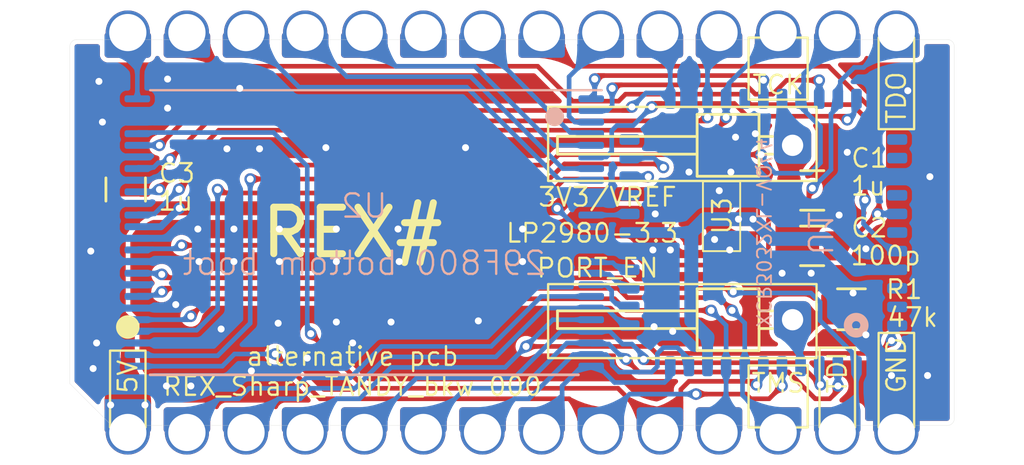
<source format=kicad_pcb>
(kicad_pcb (version 20240108) (generator "pcbnew") (generator_version "8.0")
  (title_block (title "REX_Sharp_TANDY_bkw") (date "2025-01-01") (rev "000") (company "Brian K. White - b.kenyon.w@gmail.com") (comment 1 "Based on REX# NEC by Steve Adolph"))
  (layers (0 "F.Cu" signal "Top") (31 "B.Cu" signal "Bottom") (34 "B.Paste" user) (35 "F.Paste" user) (36 "B.SilkS" user "B.Silkscreen") (37 "F.SilkS" user "F.Silkscreen") (38 "B.Mask" user) (39 "F.Mask" user) (44 "Edge.Cuts" user))
  (net 0 "")
  (net 1 "GND")
  (net 2 "+3V3")
  (net 3 "/PORT_EN")
  (net 4 "/D1{slash}TMS")
  (net 5 "/A12")
  (net 6 "/A7")
  (net 7 "/A6")
  (net 8 "/A5")
  (net 9 "/A4")
  (net 10 "+5V")
  (net 11 "/A3")
  (net 12 "/A2")
  (net 13 "/A1")
  (net 14 "/A0")
  (net 15 "/D0")
  (net 16 "/D4")
  (net 17 "/D6")
  (net 18 "/D7")
  (net 19 "/~{BUS_CS}")
  (net 20 "/A10")
  (net 21 "/~{BUS_OE}")
  (net 22 "/A11")
  (net 23 "/A9")
  (net 24 "/A13")
  (net 25 "/A14")
  (net 26 "/D2{slash}TDI")
  (net 27 "/D3{slash}TDO")
  (net 28 "/A17")
  (net 29 "/D5{slash}TCK")
  (net 30 "/A16")
  (net 31 "/RY{slash}~{BY}")
  (net 32 "/A8")
  (net 33 "/A19")
  (net 34 "/~{SRAM_WE}")
  (net 35 "/A18")
  (net 40 "/~{SRAM_OE}")
  (net 42 "/~{SRAM_CE}")
  (net 45 "/A15")
  (footprint "000_LOCAL:R_0805" (layer "F.Cu") (at 161.7976 102.489 180)
    (property "Reference" "R1")
    (property "Value" "47k")
  )
  (footprint "000_LOCAL:C_0805" (layer "F.Cu") (at 130.618 97.337 90)
    (property "Reference" "C3")
    (property "Value" "1u")
  )
  (footprint "000_LOCAL:1x1_pin_h" (layer "F.Cu") (at 159.268 95.437 180)
    (property "Reference" "TP2" (hide yes))
    (property "Value" "3V3/VREF")
  )
  (footprint "000_LOCAL:Molex78802_PCB_28" (layer "F.Cu") (at 147.218 99.187 90)
    (property "Reference" "J1" (hide yes))
    (property "Value" "ROM_SOCKET_TANDY" (hide yes))
    (fp_line (start 8 -19) (end -6.5 -19) (stroke (width 0.01)) (layer "Edge.Cuts"))
    (fp_line (start -6.5 -19) (end -8.3 -17.2) (stroke (width 0.01)) (layer "Edge.Cuts"))
    (fp_line (start 8.3 18.7) (end 8.3 -18.7) (stroke (width 0.01)) (layer "Edge.Cuts"))
    (fp_line (start -8.3 18.7) (end -8.3 -17.2) (stroke (width 0.01)) (layer "Edge.Cuts"))
    (fp_line (start -8 19) (end 8 19) (stroke (width 0.01)) (layer "Edge.Cuts"))
    (fp_arc (start 8 -19) (mid 8.212132 -18.912132) (end 8.3 -18.7) (stroke (width 0.01)) (layer "Edge.Cuts"))
    (fp_arc (start 8.3 18.7) (mid 8.212132 18.912132) (end 8 19) (stroke (width 0.01)) (layer "Edge.Cuts"))
    (fp_arc (start -8 19) (mid -8.212132 18.912132) (end -8.3 18.7) (stroke (width 0.01)) (layer "Edge.Cuts"))
  )
  (footprint "000_LOCAL:SOT-23-5" (layer "F.Cu") (at 156.218 98.487)
    (property "Reference" "U3")
    (property "Value" "LP2980-3.3")
  )
  (footprint "000_LOCAL:C_0805" (layer "F.Cu") (at 160.108 99.762 180)
    (property "Reference" "C2")
    (property "Value" "100p")
  )
  (footprint "000_LOCAL:1x1_pin_h" (layer "F.Cu") (at 159.268 102.937 180)
    (property "Reference" "TP1" (hide yes))
    (property "Value" "PORT_EN")
  )
  (footprint "000_LOCAL:C_0805" (layer "F.Cu") (at 160.113 97.377)
    (property "Reference" "C1")
    (property "Value" "1u")
  )
  (footprint "000_LOCAL:TSOP-48" (layer "B.Cu") (at 140.868 99.187 180)
    (property "Reference" "U2")
    (property "Value" "29F800 bottom boot")
  )
  (footprint "000_LOCAL:VQFP44" (layer "B.Cu") (at 158.013 99.187 90)
    (property "Reference" "U1")
    (property "Value" "XCR3032XL-VQ44")
  )
  (gr_rect (start 129.9714 106.6038) (end 131.4446 107.632501) (stroke (width 0.5)) (fill solid) (layer "B.Cu") (net 10))
  (gr_circle (center 130.708 103.251) (end 131.208 103.251) (stroke (width 0.01)) (fill solid) (layer "F.SilkS"))
  (gr_rect (start 162.966 103.505) (end 164.49 107.569) (stroke (width 0.1)) (fill none) (layer "F.SilkS"))
  (gr_rect (start 129.946 104.267) (end 131.47 107.569) (stroke (width 0.1)) (fill none) (layer "F.SilkS"))
  (gr_rect (start 157.378 104.902) (end 159.918 107.569) (stroke (width 0.1)) (fill none) (layer "F.SilkS"))
  (gr_rect (start 157.378 90.805) (end 159.918 93.472) (stroke (width 0.1)) (fill none) (layer "F.SilkS"))
  (gr_rect (start 148.766 101.4055) (end 160.299 104.5885) (stroke (width 0.1)) (fill none) (layer "F.SilkS"))
  (gr_rect (start 148.766 93.7855) (end 160.299 96.9685) (stroke (width 0.1)) (fill none) (layer "F.SilkS"))
  (gr_rect (start 162.966 90.805) (end 164.49 94.742) (stroke (width 0.1)) (fill none) (layer "F.SilkS"))
  (gr_rect (start 160.426 104.14) (end 161.95 107.569) (stroke (width 0.1)) (fill none) (layer "F.SilkS"))
  (gr_text "GND" (at 163.728 106.172 90) (layer "F.SilkS") (effects (font (size 0.8 0.8) (thickness 0.1)) (justify left)))
  (gr_text "TDO" (at 163.728 92.202 90) (layer "F.SilkS") (effects (font (size 0.8 0.8) (thickness 0.1)) (justify right)))
  (gr_text "alternative pcb\n${TITLE} ${REVISION}" (at 140.36 105.156 0) (layer "F.SilkS") (effects (font (size 0.8 0.8) (thickness 0.1))))
  (gr_text "TMS" (at 158.648 105.664 0) (layer "F.SilkS") (effects (font (size 0.8 0.8) (thickness 0.1))))
  (gr_text "TCK" (at 158.648 92.837 0) (layer "F.SilkS") (effects (font (size 0.8 0.8) (thickness 0.1))))
  (gr_text "TDI" (at 161.188 106.172 90) (layer "F.SilkS") (effects (font (size 0.8 0.8) (thickness 0.1)) (justify left)))
  (gr_text "REX#" (at 140.36 99.187 0) (layer "F.SilkS") (effects (font (size 2 2) (thickness 0.3))))
  (gr_text "5V" (at 130.708 106.172 90) (layer "F.SilkS") (effects (font (size 0.8 0.8) (thickness 0.1)) (justify left)))
  (via (at 132.768 102.287) (size 0.5) (drill 0.3) (layers "F.Cu" "B.Cu") (net 1))
  (via (at 163.518 105.337) (size 0.5) (drill 0.3) (layers "F.Cu" "B.Cu") (net 1))
  (via (at 145.768 102.987) (size 0.5) (drill 0.3) (layers "F.Cu" "B.Cu") (net 1))
  (via (at 139.668 99.037) (size 0.5) (drill 0.3) (layers "F.Cu" "B.Cu") (net 1))
  (via (at 135.268 99.037) (size 0.5) (drill 0.3) (layers "F.Cu" "B.Cu") (net 1))
  (via (at 164.218 93.087) (size 0.5) (drill 0.3) (layers "F.Cu" "B.Cu") (net 1))
  (via (at 156.818 95.087) (size 0.5) (drill 0.3) (layers "F.Cu" "B.Cu") (net 1))
  (via (at 129.468 92.687) (size 0.5) (drill 0.3) (layers "F.Cu" "B.Cu") (net 1))
  (via (at 140.368 103.937) (size 0.5) (drill 0.3) (layers "F.Cu" "B.Cu") (net 1))
  (via (at 137.218 99.037) (size 0.5) (drill 0.3) (layers "F.Cu" "B.Cu") (net 1))
  (via (at 156.618 96.587) (size 0.5) (drill 0.3) (layers "F.Cu" "B.Cu") (net 1))
  (via (at 134.968 95.587) (size 0.5) (drill 0.3) (layers "F.Cu" "B.Cu") (net 1))
  (via (at 136.018 105.137) (size 0.5) (drill 0.3) (layers "F.Cu" "B.Cu") (net 1))
  (via (at 145.218 95.537) (size 0.5) (drill 0.3) (layers "F.Cu" "B.Cu") (net 1))
  (via (at 161.618 95.737) (size 0.5) (drill 0.3) (layers "F.Cu" "B.Cu") (net 1))
  (via (at 165.068 105.337) (size 0.5) (drill 0.3) (layers "F.Cu" "B.Cu") (net 1))
  (via (at 137.218 100.437) (size 0.5) (drill 0.3) (layers "F.Cu" "B.Cu") (net 1))
  (via (at 132.418 92.587) (size 0.5) (drill 0.3) (layers "F.Cu" "B.Cu") (net 1))
  (via (at 132.368 105.787) (size 0.5) (drill 0.3) (layers "F.Cu" "B.Cu") (net 1))
  (via (at 154.018 99.937) (size 0.5) (drill 0.3) (layers "F.Cu" "B.Cu") (net 1))
  (via (at 135.518 92.987) (size 0.5) (drill 0.3) (layers "F.Cu" "B.Cu") (net 1))
  (via (at 156.118 97.387) (size 0.5) (drill 0.3) (layers "F.Cu" "B.Cu") (net 1))
  (via (at 153.368 98.387) (size 0.5) (drill 0.3) (layers "F.Cu" "B.Cu") (net 1))
  (via (at 161.268 98.437) (size 0.5) (drill 0.3) (layers "F.Cu" "B.Cu") (net 1))
  (via (at 154.118 103.437) (size 0.5) (drill 0.3) (layers "F.Cu" "B.Cu") (net 1))
  (via (at 160.068 100.937) (size 0.5) (drill 0.3) (layers "F.Cu" "B.Cu") (net 1))
  (via (at 129.368 103.937) (size 0.5) (drill 0.3) (layers "F.Cu" "B.Cu") (net 1))
  (via (at 165.168 96.787) (size 0.5) (drill 0.3) (layers "F.Cu" "B.Cu") (net 1))
  (via (at 154.818 96.587) (size 0.5) (drill 0.3) (layers "F.Cu" "B.Cu") (net 1))
  (via (at 162.418 103.587) (size 0.5) (drill 0.3) (layers "F.Cu" "B.Cu") (net 1))
  (via (at 138.418 104.587) (size 0.5) (drill 0.3) (layers "F.Cu" "B.Cu") (net 1))
  (via (at 162.418 99.887) (size 0.5) (drill 0.3) (layers "F.Cu" "B.Cu") (net 1))
  (via (at 161.868 101.787) (size 0.5) (drill 0.3) (layers "F.Cu" "B.Cu") (net 1))
  (via (at 158.818 100.937) (size 0.5) (drill 0.3) (layers "F.Cu" "B.Cu") (net 1))
  (via (at 153.318 103.237) (size 0.5) (drill 0.3) (layers "F.Cu" "B.Cu") (net 1))
  (via (at 142.318 99.037) (size 0.5) (drill 0.3) (layers "F.Cu" "B.Cu") (net 1))
  (via (at 142.368 100.437) (size 0.5) (drill 0.3) (layers "F.Cu" "B.Cu") (net 1))
  (via (at 153.268 99.937) (size 0.5) (drill 0.3) (layers "F.Cu" "B.Cu") (net 1))
  (via (at 133.718 99.037) (size 0.5) (drill 0.3) (layers "F.Cu" "B.Cu") (net 1))
  (via (at 155.918 99.487) (size 0.5) (drill 0.3) (layers "F.Cu" "B.Cu") (net 1))
  (via (at 139.218 95.537) (size 0.5) (drill 0.3) (layers "F.Cu" "B.Cu") (net 1))
  (via (at 132.418 93.837) (size 0.5) (drill 0.3) (layers "F.Cu" "B.Cu") (net 1))
  (via (at 139.668 103.037) (size 0.5) (drill 0.3) (layers "F.Cu" "B.Cu") (net 1))
  (via (at 134.718 103.337) (size 0.5) (drill 0.3) (layers "F.Cu" "B.Cu") (net 1))
  (via (at 129.118 99.987) (size 0.5) (drill 0.3) (layers "F.Cu" "B.Cu") (net 1))
  (via (at 129.218 105.037) (size 0.5) (drill 0.3) (layers "F.Cu" "B.Cu") (net 1))
  (via (at 133.418 105.787) (size 0.5) (drill 0.3) (layers "F.Cu" "B.Cu") (net 1))
  (via (at 147.668 99.037) (size 0.5) (drill 0.3) (layers "F.Cu" "B.Cu") (net 1))
  (via (at 147.668 100.437) (size 0.5) (drill 0.3) (layers "F.Cu" "B.Cu") (net 1))
  (via (at 142.018 103.037) (size 0.5) (drill 0.3) (layers "F.Cu" "B.Cu") (net 1))
  (via (at 157.668 94.937) (size 0.5) (drill 0.3) (layers "F.Cu" "B.Cu") (net 1))
  (via (at 139.668 100.437) (size 0.5) (drill 0.3) (layers "F.Cu" "B.Cu") (net 1))
  (via (at 133.768 100.437) (size 0.5) (drill 0.3) (layers "F.Cu" "B.Cu") (net 1))
  (via (at 137.168 103.087) (size 0.5) (drill 0.3) (layers "F.Cu" "B.Cu") (net 1))
  (via (at 129.618 94.437) (size 0.5) (drill 0.3) (layers "F.Cu" "B.Cu") (net 1))
  (via (at 135.268 100.437) (size 0.5) (drill 0.3) (layers "F.Cu" "B.Cu") (net 1))
  (via (at 156.568 99.937) (size 0.5) (drill 0.3) (layers "F.Cu" "B.Cu") (net 1))
  (via (at 136.368 95.587) (size 0.5) (drill 0.3) (layers "F.Cu" "B.Cu") (net 1))
  (segment (start 156.943 98.612) (end 157.568 98.612) (width 0.6) (layer "F.Cu") (net 2))
  (segment (start 157.368 97.637) (end 157.468 97.537) (width 0.6) (layer "F.Cu") (net 2))
  (segment (start 159.113 97.377) (end 159.113 95.592) (width 0.6) (layer "F.Cu") (net 2))
  (segment (start 157.468 97.537) (end 158.953 97.537) (width 0.6) (layer "F.Cu") (net 2))
  (segment (start 157.568 97.637) (end 157.468 97.537) (width 0.6) (layer "F.Cu") (net 2))
  (segment (start 156.943 98.612) (end 157.368 98.187) (width 0.6) (layer "F.Cu") (net 2))
  (segment (start 157.368 98.187) (end 157.368 97.637) (width 0.6) (layer "F.Cu") (net 2))
  (segment (start 159.113 95.592) (end 159.268 95.437) (width 0.6) (layer "F.Cu") (net 2))
  (segment (start 158.953 97.537) (end 159.113 97.377) (width 0.6) (layer "F.Cu") (net 2))
  (segment (start 157.568 98.612) (end 157.568 97.637) (width 0.6) (layer "F.Cu") (net 2))
  (via (at 157.568 98.612) (size 0.5) (drill 0.3) (layers "F.Cu" "B.Cu") (net 2))
  (via (at 156.943 98.612) (size 0.5) (drill 0.3) (layers "F.Cu" "B.Cu") (net 2))
  (segment (start 155.613 103.682) (end 154.918 102.987) (width 0.6) (layer "B.Cu") (net 2))
  (segment (start 154.918 99.187) (end 155.493 98.612) (width 0.6) (layer "B.Cu") (net 2))
  (segment (start 160.668 99.462) (end 161.993 100.787) (width 0.6) (layer "B.Cu") (net 2))
  (segment (start 157.568 98.612) (end 158.418 99.462) (width 0.6) (layer "B.Cu") (net 2))
  (segment (start 155.493 98.612) (end 157.568 98.612) (width 0.6) (layer "B.Cu") (net 2))
  (segment (start 154.918 102.987) (end 154.918 99.187) (width 0.6) (layer "B.Cu") (net 2))
  (segment (start 155.613 104.937) (end 155.613 103.682) (width 0.46) (layer "B.Cu") (net 2))
  (segment (start 158.813 93.437) (end 158.813 94.982) (width 0.46) (layer "B.Cu") (net 2))
  (segment (start 158.418 99.462) (end 160.668 99.462) (width 0.6) (layer "B.Cu") (net 2))
  (segment (start 161.993 100.787) (end 163.763 100.787) (width 0.46) (layer "B.Cu") (net 2))
  (segment (start 158.813 94.982) (end 159.268 95.437) (width 0.6) (layer "B.Cu") (net 2))
  (segment (start 154.918 99.187) (end 152.263 99.187) (width 0.46) (layer "B.Cu") (net 2))
  (segment (start 160.8476 102.937) (end 159.268 102.937) (width 0.2) (layer "F.Cu") (net 3))
  (segment (start 160.8476 102.489) (end 160.8476 102.937) (width 0.2) (layer "F.Cu") (net 3))
  (segment (start 159.568 104.892) (end 159.568 103.237) (width 0.2) (layer "B.Cu") (net 3))
  (segment (start 159.568 103.237) (end 159.268 102.937) (width 0.2) (layer "B.Cu") (net 3))
  (segment (start 159.613 104.937) (end 159.568 104.892) (width 0.2) (layer "B.Cu") (net 3))
  (segment (start 132.318 101.587) (end 151.768 101.587) (width 0.2) (layer "F.Cu") (net 4))
  (segment (start 156.118 101.987) (end 156.668 102.537) (width 0.2) (layer "F.Cu") (net 4))
  (segment (start 152.168 101.987) (end 156.118 101.987) (width 0.2) (layer "F.Cu") (net 4))
  (segment (start 132.168 101.737) (end 132.318 101.587) (width 0.2) (layer "F.Cu") (net 4))
  (segment (start 151.768 101.587) (end 152.168 101.987) (width 0.2) (layer "F.Cu") (net 4))
  (via (at 132.168 101.737) (size 0.5) (drill 0.3) (layers "F.Cu" "B.Cu") (net 4))
  (via (at 156.668 102.537) (size 0.5) (drill 0.3) (layers "F.Cu" "B.Cu") (net 4))
  (segment (start 132.018 101.887) (end 131.168 101.887) (width 0.2) (layer "B.Cu") (net 4))
  (segment (start 157.118 105.032) (end 157.118 106.187) (width 0.2) (layer "B.Cu") (net 4))
  (segment (start 156.668 102.537) (end 157.213 103.082) (width 0.2) (layer "B.Cu") (net 4))
  (segment (start 157.213 104.937) (end 157.118 105.032) (width 0.2) (layer "B.Cu") (net 4))
  (segment (start 157.118 106.187) (end 158.1825 107.2515) (width 0.2) (layer "B.Cu") (net 4))
  (segment (start 157.213 103.082) (end 157.213 104.937) (width 0.2) (layer "B.Cu") (net 4))
  (segment (start 131.168 101.887) (end 131.118 101.937) (width 0.2) (layer "B.Cu") (net 4))
  (segment (start 132.168 101.737) (end 132.018 101.887) (width 0.2) (layer "B.Cu") (net 4))
  (segment (start 158.1825 107.2515) (end 158.648 107.2515) (width 0.2) (layer "B.Cu") (net 4))
  (segment (start 140.868 91.122499) (end 141.303499 91.122499) (width 0.2) (layer "B.Cu") (net 5))
  (segment (start 142.218 92.037) (end 145.618 92.037) (width 0.2) (layer "B.Cu") (net 5))
  (segment (start 145.618 92.037) (end 149.018 95.437) (width 0.2) (layer "B.Cu") (net 5))
  (segment (start 149.018 95.437) (end 150.618 95.437) (width 0.2) (layer "B.Cu") (net 5))
  (segment (start 141.303499 91.122499) (end 142.218 92.037) (width 0.2) (layer "B.Cu") (net 5))
  (segment (start 151.8805 103.062) (end 152.138 103.062) (width 0.2) (layer "B.Cu") (net 6))
  (segment (start 137.168 106.337) (end 136.2535 107.2515) (width 0.2) (layer "B.Cu") (net 6))
  (segment (start 150.618 102.437) (end 150.668 102.487) (width 0.2) (layer "B.Cu") (net 6))
  (segment (start 136.2535 107.2515) (end 135.788 107.2515) (width 0.2) (layer "B.Cu") (net 6))
  (segment (start 140.468 105.887) (end 138.568 105.887) (width 0.2) (layer "B.Cu") (net 6))
  (segment (start 148.618 102.437) (end 146.518 104.537) (width 0.2) (layer "B.Cu") (net 6))
  (segment (start 138.118 106.337) (end 137.168 106.337) (width 0.2) (layer "B.Cu") (net 6))
  (segment (start 150.668 102.487) (end 151.3055 102.487) (width 0.2) (layer "B.Cu") (net 6))
  (segment (start 141.818 104.537) (end 140.468 105.887) (width 0.2) (layer "B.Cu") (net 6))
  (segment (start 138.568 105.887) (end 138.118 106.337) (width 0.2) (layer "B.Cu") (net 6))
  (segment (start 151.3055 102.487) (end 151.8805 103.062) (width 0.2) (layer "B.Cu") (net 6))
  (segment (start 146.518 104.537) (end 141.818 104.537) (width 0.2) (layer "B.Cu") (net 6))
  (segment (start 150.618 102.437) (end 148.618 102.437) (width 0.2) (layer "B.Cu") (net 6))
  (segment (start 152.138 103.062) (end 152.263 103.187) (width 0.2) (layer "B.Cu") (net 6))
  (segment (start 153.118 104.087) (end 147.818 104.087) (width 0.2) (layer "F.Cu") (net 7))
  (segment (start 162.968 104.387) (end 153.418 104.387) (width 0.2) (layer "F.Cu") (net 7))
  (segment (start 153.418 104.387) (end 153.118 104.087) (width 0.2) (layer "F.Cu") (net 7))
  (segment (start 163.518 103.837) (end 162.968 104.387) (width 0.2) (layer "F.Cu") (net 7))
  (via (at 163.518 103.837) (size 0.5) (drill 0.3) (layers "F.Cu" "B.Cu") (net 7))
  (via (at 147.818 104.087) (size 0.5) (drill 0.3) (layers "F.Cu" "B.Cu") (net 7))
  (segment (start 147.818 104.087) (end 148.968 102.937) (width 0.2) (layer "B.Cu") (net 7))
  (segment (start 146.918 104.987) (end 142.018 104.987) (width 0.2) (layer "B.Cu") (net 7))
  (segment (start 147.818 104.087) (end 146.918 104.987) (width 0.2) (layer "B.Cu") (net 7))
  (segment (start 163.518 103.187) (end 163.763 103.187) (width 0.2) (layer "B.Cu") (net 7))
  (segment (start 163.518 103.837) (end 163.518 103.187) (width 0.2) (layer "B.Cu") (net 7))
  (segment (start 148.968 102.937) (end 150.618 102.937) (width 0.2) (layer "B.Cu") (net 7))
  (segment (start 138.7535 107.2515) (end 138.328 107.2515) (width 0.2) (layer "B.Cu") (net 7))
  (segment (start 140.668 106.337) (end 139.668 106.337) (width 0.2) (layer "B.Cu") (net 7))
  (segment (start 142.018 104.987) (end 140.668 106.337) (width 0.2) (layer "B.Cu") (net 7))
  (segment (start 139.668 106.337) (end 138.7535 107.2515) (width 0.2) (layer "B.Cu") (net 7))
  (segment (start 159.518 104.787) (end 153.018 104.787) (width 0.2) (layer "F.Cu") (net 8))
  (segment (start 160.468 105.737) (end 159.518 104.787) (width 0.2) (layer "F.Cu") (net 8))
  (segment (start 153.018 104.787) (end 152.868 104.637) (width 0.2) (layer "F.Cu") (net 8))
  (via (at 160.468 105.737) (size 0.5) (drill 0.3) (layers "F.Cu" "B.Cu") (net 8))
  (via (at 152.868 104.637) (size 0.5) (drill 0.3) (layers "F.Cu" "B.Cu") (net 8))
  (segment (start 151.968 103.987) (end 151.418 103.437) (width 0.2) (layer "B.Cu") (net 8))
  (segment (start 149.318 103.437) (end 147.318 105.437) (width 0.2) (layer "B.Cu") (net 8))
  (segment (start 160.468 105.737) (end 160.413 105.682) (width 0.2) (layer "B.Cu") (net 8))
  (segment (start 160.413 105.682) (end 160.413 104.937) (width 0.2) (layer "B.Cu") (net 8))
  (segment (start 152.368 103.987) (end 151.968 103.987) (width 0.2) (layer "B.Cu") (net 8))
  (segment (start 141.303499 107.251501) (end 140.868 107.251501) (width 0.2) (layer "B.Cu") (net 8))
  (segment (start 151.418 103.437) (end 150.618 103.437) (width 0.2) (layer "B.Cu") (net 8))
  (segment (start 147.318 105.437) (end 143.118 105.437) (width 0.2) (layer "B.Cu") (net 8))
  (segment (start 152.868 104.487) (end 152.368 103.987) (width 0.2) (layer "B.Cu") (net 8))
  (segment (start 150.618 103.437) (end 149.318 103.437) (width 0.2) (layer "B.Cu") (net 8))
  (segment (start 152.868 104.637) (end 152.868 104.487) (width 0.2) (layer "B.Cu") (net 8))
  (segment (start 143.118 105.437) (end 141.303499 107.251501) (width 0.2) (layer "B.Cu") (net 8))
  (segment (start 161.218 105.987) (end 161.218 105.787) (width 0.2) (layer "F.Cu") (net 9))
  (segment (start 152.118 104.637) (end 152.668 105.187) (width 0.2) (layer "F.Cu") (net 9))
  (segment (start 160.868 106.337) (end 161.218 105.987) (width 0.2) (layer "F.Cu") (net 9))
  (segment (start 160.243 106.337) (end 160.868 106.337) (width 0.2) (layer "F.Cu") (net 9))
  (segment (start 152.668 105.187) (end 159.093 105.187) (width 0.2) (layer "F.Cu") (net 9))
  (segment (start 159.093 105.187) (end 160.243 106.337) (width 0.2) (layer "F.Cu") (net 9))
  (via (at 152.118 104.637) (size 0.5) (drill 0.3) (layers "F.Cu" "B.Cu") (net 9))
  (via (at 161.218 105.787) (size 0.5) (drill 0.3) (layers "F.Cu" "B.Cu") (net 9))
  (segment (start 151.378 103.987) (end 150.668 103.987) (width 0.2) (layer "B.Cu") (net 9))
  (segment (start 143.8535 107.2515) (end 143.408 107.2515) (width 0.2) (layer "B.Cu") (net 9))
  (segment (start 161.213 105.782) (end 161.218 105.787) (width 0.2) (layer "B.Cu") (net 9))
  (segment (start 161.213 104.937) (end 161.213 105.782) (width 0.2) (layer "B.Cu") (net 9))
  (segment (start 152.118 104.637) (end 152.028 104.637) (width 0.2) (layer "B.Cu") (net 9))
  (segment (start 150.668 103.987) (end 150.618 103.937) (width 0.2) (layer "B.Cu") (net 9))
  (segment (start 145.218 105.887) (end 143.8535 107.2515) (width 0.2) (layer "B.Cu") (net 9))
  (segment (start 147.63 105.887) (end 145.218 105.887) (width 0.2) (layer "B.Cu") (net 9))
  (segment (start 150.618 103.937) (end 149.58 103.937) (width 0.2) (layer "B.Cu") (net 9))
  (segment (start 149.58 103.937) (end 147.63 105.887) (width 0.2) (layer "B.Cu") (net 9))
  (segment (start 152.028 104.637) (end 151.378 103.987) (width 0.2) (layer "B.Cu") (net 9))
  (segment (start 154.318 99.237) (end 154.768 99.237) (width 0.2) (layer "F.Cu") (net 10))
  (segment (start 149.153 98.147) (end 132.918 98.147) (width 0.6) (layer "F.Cu") (net 10))
  (segment (start 130.708 106.437) (end 130.708 106.5276) (width 2) (layer "F.Cu") (net 10))
  (segment (start 154.068 97.537) (end 149.763 97.537) (width 0.6) (layer "F.Cu") (net 10))
  (segment (start 154.068 98.987) (end 154.318 99.237) (width 0.2) (layer "F.Cu") (net 10))
  (segment (start 149.763 97.537) (end 149.153 98.147) (width 0.6) (layer "F.Cu") (net 10))
  (segment (start 154.968 97.537) (end 154.068 97.537) (width 0.6) (layer "F.Cu") (net 10))
  (segment (start 130.708 106.5276) (end 130.708 107.251501) (width 2) (layer "F.Cu") (net 10))
  (segment (start 132.918 98.147) (end 130.808 98.147) (width 0.6) (layer "F.Cu") (net 10))
  (segment (start 130.708 103.127) (end 130.708 106.437) (width 0.6) (layer "F.Cu") (net 10))
  (segment (start 154.768 99.237) (end 154.968 99.437) (width 0.2) (layer "F.Cu") (net 10))
  (segment (start 154.068 97.537) (end 154.068 98.987) (width 0.2) (layer "F.Cu") (net 10))
  (segment (start 130.318 98.637) (end 130.318 102.737) (width 0.6) (layer "F.Cu") (net 10))
  (segment (start 130.808 98.147) (end 130.318 98.637) (width 0.6) (layer "F.Cu") (net 10))
  (segment (start 130.318 102.737) (end 130.708 103.127) (width 0.6) (layer "F.Cu") (net 10))
  (via (at 132.918 98.147) (size 0.5) (drill 0.3) (layers "F.Cu" "B.Cu") (net 10))
  (via (at 131.4446 106.6038) (size 0.5) (drill 0.3) (layers "F.Cu" "B.Cu") (net 10))
  (via (at 129.9714 106.6038) (size 0.5) (drill 0.3) (layers "F.Cu" "B.Cu") (net 10))
  (via (at 149.153 98.147) (size 0.5) (drill 0.3) (layers "F.Cu" "B.Cu") (net 10))
  (segment (start 132.918 98.147) (end 132.128 98.937) (width 0.3) (layer "B.Cu") (net 10))
  (segment (start 149.943 98.937) (end 150.618 98.937) (width 0.2) (layer "B.Cu") (net 10))
  (segment (start 149.153 98.147) (end 149.943 98.937) (width 0.2) (layer "B.Cu") (net 10))
  (segment (start 132.128 98.937) (end 131.118 98.937) (width 0.3) (layer "B.Cu") (net 10))
  (segment (start 151.518 104.887) (end 151.818 105.187) (width 0.2) (layer "B.Cu") (net 11))
  (segment (start 147.318 106.337) (end 146.4035 107.2515) (width 0.2) (layer "B.Cu") (net 11))
  (segment (start 153.718 104.137) (end 154.318 104.137) (width 0.2) (layer "B.Cu") (net 11))
  (segment (start 150.618 104.437) (end 149.843 104.437) (width 0.2) (layer "B.Cu") (net 11))
  (segment (start 154.683 104.807) (end 154.813 104.937) (width 0.2) (layer "B.Cu") (net 11))
  (segment (start 154.683 104.502) (end 154.683 104.807) (width 0.2) (layer "B.Cu") (net 11))
  (segment (start 151.818 105.187) (end 153.218 105.187) (width 0.2) (layer "B.Cu") (net 11))
  (segment (start 154.318 104.137) (end 154.683 104.502) (width 0.2) (layer "B.Cu") (net 11))
  (segment (start 153.458 104.397) (end 153.718 104.137) (width 0.2) (layer "B.Cu") (net 11))
  (segment (start 151.518 104.707) (end 151.518 104.887) (width 0.2) (layer "B.Cu") (net 11))
  (segment (start 153.458 104.947) (end 153.458 104.397) (width 0.2) (layer "B.Cu") (net 11))
  (segment (start 151.248 104.437) (end 151.518 104.707) (width 0.2) (layer "B.Cu") (net 11))
  (segment (start 150.618 104.437) (end 151.248 104.437) (width 0.2) (layer "B.Cu") (net 11))
  (segment (start 149.843 104.437) (end 147.943 106.337) (width 0.2) (layer "B.Cu") (net 11))
  (segment (start 147.943 106.337) (end 147.318 106.337) (width 0.2) (layer "B.Cu") (net 11))
  (segment (start 146.4035 107.2515) (end 145.948 107.2515) (width 0.2) (layer "B.Cu") (net 11))
  (segment (start 153.218 105.187) (end 153.458 104.947) (width 0.2) (layer "B.Cu") (net 11))
  (segment (start 150.618 104.937) (end 150.218 104.937) (width 0.2) (layer "B.Cu") (net 12))
  (segment (start 150.218 104.937) (end 149.368 105.787) (width 0.2) (layer "B.Cu") (net 12))
  (segment (start 149.368 107.2515) (end 148.488 107.2515) (width 0.2) (layer "B.Cu") (net 12))
  (segment (start 154.013 105.392) (end 153.768 105.637) (width 0.2) (layer "B.Cu") (net 12))
  (segment (start 149.368 105.787) (end 149.368 107.2515) (width 0.2) (layer "B.Cu") (net 12))
  (segment (start 151.618 105.637) (end 150.918 104.937) (width 0.2) (layer "B.Cu") (net 12))
  (segment (start 154.013 104.937) (end 154.013 105.392) (width 0.2) (layer "B.Cu") (net 12))
  (segment (start 150.918 104.937) (end 150.618 104.937) (width 0.2) (layer "B.Cu") (net 12))
  (segment (start 153.768 105.637) (end 151.618 105.637) (width 0.2) (layer "B.Cu") (net 12))
  (segment (start 157.468 106.337) (end 157.268 106.137) (width 0.2) (layer "F.Cu") (net 13))
  (segment (start 150.5825 107.2515) (end 151.028 107.2515) (width 0.2) (layer "F.Cu") (net 13))
  (segment (start 149.668 106.337) (end 150.5825 107.2515) (width 0.2) (layer "F.Cu") (net 13))
  (segment (start 138.968 106.337) (end 149.668 106.337) (width 0.2) (layer "F.Cu") (net 13))
  (segment (start 158.263 106.337) (end 157.468 106.337) (width 0.2) (layer "F.Cu") (net 13))
  (segment (start 157.268 106.137) (end 155.118 106.137) (width 0.2) (layer "F.Cu") (net 13))
  (segment (start 158.813 105.787) (end 158.263 106.337) (width 0.2) (layer "F.Cu") (net 13))
  (segment (start 137.043 104.412) (end 138.968 106.337) (width 0.2) (layer "F.Cu") (net 13))
  (via (at 155.118 106.137) (size 0.5) (drill 0.3) (layers "F.Cu" "B.Cu") (net 13))
  (via (at 137.043 104.412) (size 0.5) (drill 0.3) (layers "F.Cu" "B.Cu") (net 13))
  (via (at 158.813 105.787) (size 0.5) (drill 0.3) (layers "F.Cu" "B.Cu") (net 13))
  (segment (start 151.918 107.2515) (end 151.028 107.2515) (width 0.2) (layer "B.Cu") (net 13))
  (segment (start 134.768 104.937) (end 131.118 104.937) (width 0.2) (layer "B.Cu") (net 13))
  (segment (start 135.293 104.412) (end 134.768 104.937) (width 0.2) (layer "B.Cu") (net 13))
  (segment (start 151.918 106.487) (end 151.918 107.2515) (width 0.2) (layer "B.Cu") (net 13))
  (segment (start 155.118 106.137) (end 152.268 106.137) (width 0.2) (layer "B.Cu") (net 13))
  (segment (start 158.813 105.787) (end 158.813 104.937) (width 0.2) (layer "B.Cu") (net 13))
  (segment (start 152.268 106.137) (end 151.918 106.487) (width 0.2) (layer "B.Cu") (net 13))
  (segment (start 137.043 104.412) (end 135.293 104.412) (width 0.2) (layer "B.Cu") (net 13))
  (segment (start 140.918 105.887) (end 151.768 105.887) (width 0.2) (layer "F.Cu") (net 14))
  (segment (start 157.568 105.587) (end 154.818 105.587) (width 0.2) (layer "F.Cu") (net 14))
  (segment (start 152.668 106.787) (end 152.668 107.251501) (width 0.2) (layer "F.Cu") (net 14))
  (segment (start 138.568 103.537) (end 140.918 105.887) (width 0.2) (layer "F.Cu") (net 14))
  (segment (start 154.468 107.251501) (end 153.568 107.251501) (width 0.2) (layer "F.Cu") (net 14))
  (segment (start 151.768 105.887) (end 152.668 106.787) (width 0.2) (layer "F.Cu") (net 14))
  (segment (start 157.718 105.737) (end 157.568 105.587) (width 0.2) (layer "F.Cu") (net 14))
  (segment (start 154.468 105.937) (end 154.468 107.251501) (width 0.2) (layer "F.Cu") (net 14))
  (segment (start 152.668 107.251501) (end 153.568 107.251501) (width 0.2) (layer "F.Cu") (net 14))
  (segment (start 154.818 105.587) (end 154.468 105.937) (width 0.2) (layer "F.Cu") (net 14))
  (via (at 157.718 105.737) (size 0.5) (drill 0.3) (layers "F.Cu" "B.Cu") (net 14))
  (via (at 138.568 103.537) (size 0.5) (drill 0.3) (layers "F.Cu" "B.Cu") (net 14))
  (segment (start 138.418 103.387) (end 138.418 96.337) (width 0.2) (layer "B.Cu") (net 14))
  (segment (start 157.718 105.737) (end 157.868 105.587) (width 0.2) (layer "B.Cu") (net 14))
  (segment (start 138.418 96.337) (end 136.968 94.887) (width 0.2) (layer "B.Cu") (net 14))
  (segment (start 157.868 105.082) (end 158.013 104.937) (width 0.2) (layer "B.Cu") (net 14))
  (segment (start 157.868 105.587) (end 157.868 105.082) (width 0.2) (layer "B.Cu") (net 14))
  (segment (start 138.568 103.537) (end 138.418 103.387) (width 0.2) (layer "B.Cu") (net 14))
  (segment (start 136.968 94.887) (end 131.168 94.887) (width 0.2) (layer "B.Cu") (net 14))
  (segment (start 131.168 94.887) (end 131.118 94.937) (width 0.2) (layer "B.Cu") (net 14))
  (segment (start 134.168 102.037) (end 151.618 102.037) (width 0.2) (layer "F.Cu") (net 15))
  (segment (start 152.118 102.537) (end 155.768 102.537) (width 0.2) (layer "F.Cu") (net 15))
  (segment (start 133.418 102.787) (end 134.168 102.037) (width 0.2) (layer "F.Cu") (net 15))
  (segment (start 151.618 102.037) (end 152.118 102.537) (width 0.2) (layer "F.Cu") (net 15))
  (via (at 133.418 102.787) (size 0.5) (drill 0.3) (layers "F.Cu" "B.Cu") (net 15))
  (via (at 155.768 102.537) (size 0.5) (drill 0.3) (layers "F.Cu" "B.Cu") (net 15))
  (segment (start 133.418 102.787) (end 133.268 102.937) (width 0.2) (layer "B.Cu") (net 15))
  (segment (start 156.413 106.9465) (end 156.108 107.2515) (width 0.2) (layer "B.Cu") (net 15))
  (segment (start 156.413 104.937) (end 156.413 106.9465) (width 0.2) (layer "B.Cu") (net 15))
  (segment (start 156.413 103.182) (end 156.413 104.937) (width 0.2) (layer "B.Cu") (net 15))
  (segment (start 155.768 102.537) (end 156.413 103.182) (width 0.2) (layer "B.Cu") (net 15))
  (segment (start 133.268 102.937) (end 131.118 102.937) (width 0.2) (layer "B.Cu") (net 15))
  (segment (start 133.953 96.287) (end 132.9105 97.3295) (width 0.2) (layer "F.Cu") (net 16))
  (segment (start 157.918 95.837) (end 149.218 95.837) (width 0.2) (layer "F.Cu") (net 16))
  (segment (start 148.768 96.287) (end 133.953 96.287) (width 0.2) (layer "F.Cu") (net 16))
  (segment (start 149.218 95.837) (end 148.768 96.287) (width 0.2) (layer "F.Cu") (net 16))
  (via (at 132.9105 97.3295) (size 0.5) (drill 0.3) (layers "F.Cu" "B.Cu") (net 16))
  (via (at 157.918 95.837) (size 0.5) (drill 0.3) (layers "F.Cu" "B.Cu") (net 16))
  (segment (start 131.853 98.387) (end 131.168 98.387) (width 0.2) (layer "B.Cu") (net 16))
  (segment (start 160.468 96.187) (end 160.468 94.637) (width 0.2) (layer "B.Cu") (net 16))
  (segment (start 159.743 92.362) (end 160.318 91.787) (width 0.2) (layer "B.Cu") (net 16))
  (segment (start 159.718 93.542) (end 159.613 93.437) (width 0.2) (layer "B.Cu") (net 16))
  (segment (start 157.918 95.837) (end 157.918 96.037) (width 0.2) (layer "B.Cu") (net 16))
  (segment (start 160.468 94.637) (end 159.718 93.887) (width 0.2) (layer "B.Cu") (net 16))
  (segment (start 131.168 98.387) (end 131.118 98.437) (width 0.2) (layer "B.Cu") (net 16))
  (segment (start 132.9105 97.3295) (end 131.853 98.387) (width 0.2) (layer "B.Cu") (net 16))
  (segment (start 159.718 93.887) (end 159.718 93.542) (width 0.2) (layer "B.Cu") (net 16))
  (segment (start 158.518 96.637) (end 160.018 96.637) (width 0.2) (layer "B.Cu") (net 16))
  (segment (start 160.318 91.787) (end 160.318 91.1225) (width 0.2) (layer "B.Cu") (net 16))
  (segment (start 159.743 93.307) (end 159.743 92.362) (width 0.2) (layer "B.Cu") (net 16))
  (segment (start 159.613 93.437) (end 159.743 93.307) (width 0.2) (layer "B.Cu") (net 16))
  (segment (start 160.318 91.1225) (end 161.188 91.1225) (width 0.2) (layer "B.Cu") (net 16))
  (segment (start 157.918 96.037) (end 158.518 96.637) (width 0.2) (layer "B.Cu") (net 16))
  (segment (start 160.018 96.637) (end 160.468 96.187) (width 0.2) (layer "B.Cu") (net 16))
  (segment (start 155.463 94.387) (end 155.613 94.237) (width 0.2) (layer "F.Cu") (net 17))
  (segment (start 134.168 94.387) (end 155.463 94.387) (width 0.2) (layer "F.Cu") (net 17))
  (segment (start 132.518 96.037) (end 134.168 94.387) (width 0.2) (layer "F.Cu") (net 17))
  (via (at 132.518 96.037) (size 0.5) (drill 0.3) (layers "F.Cu" "B.Cu") (net 17))
  (via (at 155.613 94.237) (size 0.5) (drill 0.3) (layers "F.Cu" "B.Cu") (net 17))
  (segment (start 132.368 96.187) (end 132.018 96.187) (width 0.2) (layer "B.Cu") (net 17))
  (segment (start 131.818 96.387) (end 131.168 96.387) (width 0.2) (layer "B.Cu") (net 17))
  (segment (start 132.518 96.037) (end 132.368 96.187) (width 0.2) (layer "B.Cu") (net 17))
  (segment (start 132.018 96.187) (end 131.818 96.387) (width 0.2) (layer "B.Cu") (net 17))
  (segment (start 155.613 91.1225) (end 156.108 91.1225) (width 0.2) (layer "B.Cu") (net 17))
  (segment (start 155.613 94.237) (end 155.613 93.437) (width 0.2) (layer "B.Cu") (net 17))
  (segment (start 155.613 93.437) (end 155.613 91.1225) (width 0.2) (layer "B.Cu") (net 17))
  (segment (start 131.168 96.387) (end 131.118 96.437) (width 0.2) (layer "B.Cu") (net 17))
  (segment (start 133.568 93.937) (end 152.218 93.937) (width 0.2) (layer "F.Cu") (net 18))
  (segment (start 132.068 95.437) (end 133.568 93.937) (width 0.2) (layer "F.Cu") (net 18))
  (segment (start 152.218 93.937) (end 152.368 93.787) (width 0.2) (layer "F.Cu") (net 18))
  (via (at 152.368 93.787) (size 0.5) (drill 0.3) (layers "F.Cu" "B.Cu") (net 18))
  (via (at 132.068 95.437) (size 0.5) (drill 0.3) (layers "F.Cu" "B.Cu") (net 18))
  (segment (start 154.013 91.567499) (end 153.568 91.122499) (width 0.2) (layer "B.Cu") (net 18))
  (segment (start 154.013 93.187) (end 154.013 93.437) (width 0.2) (layer "B.Cu") (net 18))
  (segment (start 152.968 93.187) (end 154.013 93.187) (width 0.2) (layer "B.Cu") (net 18))
  (segment (start 154.013 93.437) (end 154.013 91.567499) (width 0.2) (layer "B.Cu") (net 18))
  (segment (start 152.368 93.787) (end 152.968 93.187) (width 0.2) (layer "B.Cu") (net 18))
  (segment (start 132.068 95.437) (end 131.118 95.437) (width 0.2) (layer "B.Cu") (net 18))
  (segment (start 161.8305 93.687) (end 162.383 94.2395) (width 0.2) (layer "F.Cu") (net 19))
  (segment (start 157.468 93.687) (end 161.8305 93.687) (width 0.2) (layer "F.Cu") (net 19))
  (segment (start 133.248 91.1225) (end 133.70075 91.1225) (width 0.2) (layer "F.Cu") (net 19))
  (segment (start 148.318 92.037) (end 149.818 93.537) (width 0.2) (layer "F.Cu") (net 19))
  (segment (start 152.093 93.237) (end 157.018 93.237) (width 0.2) (layer "F.Cu") (net 19))
  (segment (start 151.793 93.537) (end 152.093 93.237) (width 0.2) (layer "F.Cu") (net 19))
  (segment (start 162.383 94.2395) (end 162.383 97.787) (width 0.2) (layer "F.Cu") (net 19))
  (segment (start 157.018 93.237) (end 157.468 93.687) (width 0.2) (layer "F.Cu") (net 19))
  (segment (start 149.818 93.537) (end 151.793 93.537) (width 0.2) (layer "F.Cu") (net 19))
  (segment (start 134.61525 92.037) (end 148.318 92.037) (width 0.2) (layer "F.Cu") (net 19))
  (segment (start 133.70075 91.1225) (end 134.61525 92.037) (width 0.2) (layer "F.Cu") (net 19))
  (via (at 162.383 97.787) (size 0.5) (drill 0.3) (layers "F.Cu" "B.Cu") (net 19))
  (segment (start 163.368 99.862) (end 163.638 99.862) (width 0.2) (layer "B.Cu") (net 19))
  (segment (start 162.383 97.787) (end 162.318 97.852) (width 0.2) (layer "B.Cu") (net 19))
  (segment (start 162.318 98.812) (end 163.368 99.862) (width 0.2) (layer "B.Cu") (net 19))
  (segment (start 162.318 97.852) (end 162.318 98.812) (width 0.2) (layer "B.Cu") (net 19))
  (segment (start 163.638 99.862) (end 163.763 99.987) (width 0.2) (layer "B.Cu") (net 19))
  (segment (start 141.618 104.087) (end 146.318 104.087) (width 0.2) (layer "B.Cu") (net 20))
  (segment (start 133.248 107.2515) (end 133.7035 107.2515) (width 0.2) (layer "B.Cu") (net 20))
  (segment (start 135.918 105.887) (end 137.918 105.887) (width 0.2) (layer "B.Cu") (net 20))
  (segment (start 146.318 104.087) (end 148.468 101.937) (width 0.2) (layer "B.Cu") (net 20))
  (segment (start 134.618 106.337) (end 135.468 106.337) (width 0.2) (layer "B.Cu") (net 20))
  (segment (start 133.7035 107.2515) (end 134.618 106.337) (width 0.2) (layer "B.Cu") (net 20))
  (segment (start 148.468 101.937) (end 150.618 101.937) (width 0.2) (layer "B.Cu") (net 20))
  (segment (start 140.268 105.437) (end 141.618 104.087) (width 0.2) (layer "B.Cu") (net 20))
  (segment (start 135.468 106.337) (end 135.918 105.887) (width 0.2) (layer "B.Cu") (net 20))
  (segment (start 137.918 105.887) (end 138.368 105.437) (width 0.2) (layer "B.Cu") (net 20))
  (segment (start 138.368 105.437) (end 140.268 105.437) (width 0.2) (layer "B.Cu") (net 20))
  (segment (start 160.818 92.037) (end 149.868 92.037) (width 0.2) (layer "F.Cu") (net 21))
  (segment (start 162.983 98.322) (end 162.983 94.202) (width 0.2) (layer "F.Cu") (net 21))
  (segment (start 162.068 99.237) (end 161.108 99.237) (width 0.2) (layer "F.Cu") (net 21))
  (segment (start 162.918 98.387) (end 162.983 98.322) (width 0.2) (layer "F.Cu") (net 21))
  (segment (start 148.9535 91.1225) (end 148.488 91.1225) (width 0.2) (layer "F.Cu") (net 21))
  (segment (start 162.918 98.387) (end 162.068 99.237) (width 0.2) (layer "F.Cu") (net 21))
  (segment (start 162.983 94.202) (end 160.818 92.037) (width 0.2) (layer "F.Cu") (net 21))
  (segment (start 149.868 92.037) (end 148.9535 91.1225) (width 0.2) (layer "F.Cu") (net 21))
  (segment (start 161.108 99.237) (end 161.108 99.762) (width 0.2) (layer "F.Cu") (net 21))
  (via (at 162.918 98.387) (size 0.5) (drill 0.3) (layers "F.Cu" "B.Cu") (net 21))
  (segment (start 162.918 98.387) (end 163.763 98.387) (width 0.2) (layer "B.Cu") (net 21))
  (segment (start 150.118 91.1225) (end 150.118 92.037) (width 0.2) (layer "B.Cu") (net 22))
  (segment (start 151.028 91.1225) (end 150.118 91.1225) (width 0.2) (layer "B.Cu") (net 22))
  (segment (start 149.918 94.437) (end 150.618 94.437) (width 0.2) (layer "B.Cu") (net 22))
  (segment (start 149.668 94.187) (end 149.918 94.437) (width 0.2) (layer "B.Cu") (net 22))
  (segment (start 150.118 92.037) (end 149.668 92.487) (width 0.2) (layer "B.Cu") (net 22))
  (segment (start 149.668 92.487) (end 149.668 94.187) (width 0.2) (layer "B.Cu") (net 22))
  (segment (start 149.393 96.437) (end 150.618 96.437) (width 0.2) (layer "B.Cu") (net 23))
  (segment (start 145.443 92.487) (end 149.393 96.437) (width 0.2) (layer "B.Cu") (net 23))
  (segment (start 140.118 92.487) (end 145.443 92.487) (width 0.2) (layer "B.Cu") (net 23))
  (segment (start 138.7535 91.1225) (end 140.118 92.487) (width 0.2) (layer "B.Cu") (net 23))
  (segment (start 138.328 91.1225) (end 138.7535 91.1225) (width 0.2) (layer "B.Cu") (net 23))
  (segment (start 146.818 91.1225) (end 146.818 91.987) (width 0.2) (layer "B.Cu") (net 24))
  (segment (start 150.568 94.887) (end 150.618 94.937) (width 0.2) (layer "B.Cu") (net 24))
  (segment (start 146.818 91.987) (end 149.718 94.887) (width 0.2) (layer "B.Cu") (net 24))
  (segment (start 149.718 94.887) (end 150.568 94.887) (width 0.2) (layer "B.Cu") (net 24))
  (segment (start 145.948 91.1225) (end 146.818 91.1225) (width 0.2) (layer "B.Cu") (net 24))
  (segment (start 130.708 91.122499) (end 131.118 91.532499) (width 0.2) (layer "B.Cu") (net 25))
  (segment (start 131.118 91.532499) (end 131.118 93.437) (width 0.2) (layer "B.Cu") (net 25))
  (segment (start 156.568 101.587) (end 156.718 101.737) (width 0.2) (layer "F.Cu") (net 26))
  (segment (start 132.168 100.987) (end 132.318 101.137) (width 0.2) (layer "F.Cu") (net 26))
  (segment (start 151.918 101.137) (end 152.368 101.587) (width 0.2) (layer "F.Cu") (net 26))
  (segment (start 152.368 101.587) (end 156.568 101.587) (width 0.2) (layer "F.Cu") (net 26))
  (segment (start 132.318 101.137) (end 151.918 101.137) (width 0.2) (layer "F.Cu") (net 26))
  (via (at 132.168 100.987) (size 0.5) (drill 0.3) (layers "F.Cu" "B.Cu") (net 26))
  (via (at 156.718 101.737) (size 0.5) (drill 0.3) (layers "F.Cu" "B.Cu") (net 26))
  (segment (start 160.4514 102.9716) (end 161.8992 104.4194) (width 0.2) (layer "B.Cu") (net 26))
  (segment (start 132.118 100.937) (end 132.168 100.987) (width 0.2) (layer "B.Cu") (net 26))
  (segment (start 162.013 107.2515) (end 161.188 107.2515) (width 0.2) (layer "B.Cu") (net 26))
  (segment (start 160.4514 102.1842) (end 160.4514 102.9716) (width 0.2) (layer "B.Cu") (net 26))
  (segment (start 156.718 101.737) (end 156.768 101.787) (width 0.2) (layer "B.Cu") (net 26))
  (segment (start 161.8992 104.4194) (end 161.8992 104.8232) (width 0.2) (layer "B.Cu") (net 26))
  (segment (start 162.013 104.937) (end 162.013 107.2515) (width 0.2) (layer "B.Cu") (net 26))
  (segment (start 161.8992 104.8232) (end 162.013 104.937) (width 0.2) (layer "B.Cu") (net 26))
  (segment (start 131.118 100.937) (end 132.118 100.937) (width 0.2) (layer "B.Cu") (net 26))
  (segment (start 160.0542 101.787) (end 160.4514 102.1842) (width 0.2) (layer "B.Cu") (net 26))
  (segment (start 156.768 101.787) (end 160.0542 101.787) (width 0.2) (layer "B.Cu") (net 26))
  (segment (start 159.7055 98.387) (end 158.468 98.387) (width 0.2) (layer "F.Cu") (net 27))
  (segment (start 158.233 100.022) (end 157.668 100.587) (width 0.2) (layer "F.Cu") (net 27))
  (segment (start 158.233 98.622) (end 158.233 100.022) (width 0.2) (layer "F.Cu") (net 27))
  (segment (start 160.118 97.282) (end 159.968 97.432) (width 0.2) (layer "F.Cu") (net 27))
  (segment (start 159.968 97.432) (end 159.968 98.1245) (width 0.2) (layer "F.Cu") (net 27))
  (segment (start 152.118 99.737) (end 133.018 99.737) (width 0.2) (layer "F.Cu") (net 27))
  (segment (start 152.968 100.587) (end 152.118 99.737) (width 0.2) (layer "F.Cu") (net 27))
  (segment (start 159.968 98.1245) (end 159.7055 98.387) (width 0.2) (layer "F.Cu") (net 27))
  (segment (start 158.468 98.387) (end 158.233 98.622) (width 0.2) (layer "F.Cu") (net 27))
  (segment (start 157.668 100.587) (end 152.968 100.587) (width 0.2) (layer "F.Cu") (net 27))
  (via (at 160.118 97.282) (size 0.5) (drill 0.3) (layers "F.Cu" "B.Cu") (net 27))
  (via (at 133.018 99.737) (size 0.5) (drill 0.3) (layers "F.Cu" "B.Cu") (net 27))
  (segment (start 161.9126 92.087) (end 162.318 92.087) (width 0.2) (layer "B.Cu") (net 27))
  (segment (start 160.918 94.087) (end 161.118 93.887) (width 0.2) (layer "B.Cu") (net 27))
  (segment (start 161.213 93.437) (end 161.318 93.332) (width 0.2) (layer "B.Cu") (net 27))
  (segment (start 161.118 93.532) (end 161.213 93.437) (width 0.2) (layer "B.Cu") (net 27))
  (segment (start 163.282501 91.122499) (end 163.728 91.122499) (width 0.2) (layer "B.Cu") (net 27))
  (segment (start 131.168 99.887) (end 131.118 99.937) (width 0.2) (layer "B.Cu") (net 27))
  (segment (start 161.318 93.332) (end 161.318 92.6816) (width 0.2) (layer "B.Cu") (net 27))
  (segment (start 161.318 92.6816) (end 161.9126 92.087) (width 0.2) (layer "B.Cu") (net 27))
  (segment (start 162.318 92.087) (end 163.282501 91.122499) (width 0.2) (layer "B.Cu") (net 27))
  (segment (start 160.918 96.482) (end 160.918 94.087) (width 0.2) (layer "B.Cu") (net 27))
  (segment (start 132.868 99.887) (end 131.168 99.887) (width 0.2) (layer "B.Cu") (net 27))
  (segment (start 161.118 93.887) (end 161.118 93.532) (width 0.2) (layer "B.Cu") (net 27))
  (segment (start 133.018 99.737) (end 132.868 99.887) (width 0.2) (layer "B.Cu") (net 27))
  (segment (start 160.118 97.282) (end 160.918 96.482) (width 0.2) (layer "B.Cu") (net 27))
  (segment (start 157.318 94.187) (end 161.468 94.187) (width 0.2) (layer "F.Cu") (net 28))
  (segment (start 156.768 93.637) (end 157.318 94.187) (width 0.2) (layer "F.Cu") (net 28))
  (segment (start 153.368 93.637) (end 156.768 93.637) (width 0.2) (layer "F.Cu") (net 28))
  (segment (start 161.468 94.187) (end 161.618 94.337) (width 0.2) (layer "F.Cu") (net 28))
  (segment (start 153.218 93.787) (end 153.368 93.637) (width 0.2) (layer "F.Cu") (net 28))
  (via (at 153.218 93.787) (size 0.5) (drill 0.3) (layers "F.Cu" "B.Cu") (net 28))
  (via (at 161.618 94.337) (size 0.5) (drill 0.3) (layers "F.Cu" "B.Cu") (net 28))
  (segment (start 151.268 95.937) (end 150.618 95.937) (width 0.2) (layer "B.Cu") (net 28))
  (segment (start 151.718 94.587) (end 151.498 94.807) (width 0.2) (layer "B.Cu") (net 28))
  (segment (start 152.418 94.587) (end 151.718 94.587) (width 0.2) (layer "B.Cu") (net 28))
  (segment (start 161.918 94.037) (end 161.918 93.532) (width 0.2) (layer "B.Cu") (net 28))
  (segment (start 151.498 95.707) (end 151.268 95.937) (width 0.2) (layer "B.Cu") (net 28))
  (segment (start 153.218 93.787) (end 152.418 94.587) (width 0.2) (layer "B.Cu") (net 28))
  (segment (start 161.918 93.532) (end 162.013 93.437) (width 0.2) (layer "B.Cu") (net 28))
  (segment (start 161.618 94.337) (end 161.918 94.037) (width 0.2) (layer "B.Cu") (net 28))
  (segment (start 151.498 94.807) (end 151.498 95.707) (width 0.2) (layer "B.Cu") (net 28))
  (segment (start 156.413 94.342) (end 156.413 94.237) (width 0.2) (layer "F.Cu") (net 29))
  (segment (start 132.068 97.337) (end 134.618 94.787) (width 0.2) (layer "F.Cu") (net 29))
  (segment (start 134.618 94.787) (end 155.968 94.787) (width 0.2) (layer "F.Cu") (net 29))
  (segment (start 155.968 94.787) (end 156.413 94.342) (width 0.2) (layer "F.Cu") (net 29))
  (via (at 156.413 94.237) (size 0.5) (drill 0.3) (layers "F.Cu" "B.Cu") (net 29))
  (via (at 132.068 97.337) (size 0.5) (drill 0.3) (layers "F.Cu" "B.Cu") (net 29))
  (segment (start 156.533 93.317) (end 156.533 92.772) (width 0.2) (layer "B.Cu") (net 29))
  (segment (start 156.533 92.772) (end 158.1825 91.1225) (width 0.2) (layer "B.Cu") (net 29))
  (segment (start 156.413 94.237) (end 156.413 93.437) (width 0.2) (layer "B.Cu") (net 29))
  (segment (start 158.1825 91.1225) (end 158.648 91.1225) (width 0.2) (layer "B.Cu") (net 29))
  (segment (start 131.968 97.437) (end 131.118 97.437) (width 0.2) (layer "B.Cu") (net 29))
  (segment (start 132.068 97.337) (end 131.968 97.437) (width 0.2) (layer "B.Cu") (net 29))
  (segment (start 156.413 93.437) (end 156.533 93.317) (width 0.2) (layer "B.Cu") (net 29))
  (segment (start 150.768 92.587) (end 150.918 92.437) (width 0.2) (layer "F.Cu") (net 30))
  (segment (start 157.818 92.437) (end 158.018 92.637) (width 0.2) (layer "F.Cu") (net 30))
  (segment (start 150.918 92.437) (end 157.818 92.437) (width 0.2) (layer "F.Cu") (net 30))
  (via (at 150.768 92.587) (size 0.5) (drill 0.3) (layers "F.Cu" "B.Cu") (net 30))
  (via (at 158.018 92.637) (size 0.5) (drill 0.3) (layers "F.Cu" "B.Cu") (net 30))
  (segment (start 158.013 92.642) (end 158.013 93.437) (width 0.2) (layer "B.Cu") (net 30))
  (segment (start 150.768 93.287) (end 150.618 93.437) (width 0.2) (layer "B.Cu") (net 30))
  (segment (start 150.768 92.587) (end 150.768 93.287) (width 0.2) (layer "B.Cu") (net 30))
  (segment (start 158.018 92.637) (end 158.013 92.642) (width 0.2) (layer "B.Cu") (net 30))
  (segment (start 150.668 100.487) (end 151.548 100.487) (width 0.2) (layer "B.Cu") (net 31))
  (segment (start 152.133 100.657) (end 152.263 100.787) (width 0.2) (layer "B.Cu") (net 31))
  (segment (start 150.618 100.437) (end 150.668 100.487) (width 0.2) (layer "B.Cu") (net 31))
  (segment (start 151.548 100.487) (end 151.718 100.657) (width 0.2) (layer "B.Cu") (net 31))
  (segment (start 151.718 100.657) (end 152.133 100.657) (width 0.2) (layer "B.Cu") (net 31))
  (segment (start 149.268 96.937) (end 145.268 92.937) (width 0.2) (layer "B.Cu") (net 32))
  (segment (start 145.268 92.937) (end 138.068 92.937) (width 0.2) (layer "B.Cu") (net 32))
  (segment (start 150.618 96.937) (end 149.268 96.937) (width 0.2) (layer "B.Cu") (net 32))
  (segment (start 138.068 92.937) (end 136.2535 91.1225) (width 0.2) (layer "B.Cu") (net 32))
  (segment (start 136.2535 91.1225) (end 135.788 91.1225) (width 0.2) (layer "B.Cu") (net 32))
  (segment (start 150.618 100.937) (end 150.668 100.987) (width 0.2) (layer "B.Cu") (net 33))
  (segment (start 151.9955 101.587) (end 152.263 101.587) (width 0.2) (layer "B.Cu") (net 33))
  (segment (start 151.3955 100.987) (end 151.9955 101.587) (width 0.2) (layer "B.Cu") (net 33))
  (segment (start 150.668 100.987) (end 151.3955 100.987) (width 0.2) (layer "B.Cu") (net 33))
  (segment (start 150.618 98.437) (end 152.213 98.437) (width 0.2) (layer "B.Cu") (net 34))
  (segment (start 152.213 98.437) (end 152.263 98.387) (width 0.2) (layer "B.Cu") (net 34))
  (segment (start 152.138 102.262) (end 152.263 102.387) (width 0.2) (layer "B.Cu") (net 35))
  (segment (start 151.498 102.062) (end 151.698 102.262) (width 0.2) (layer "B.Cu") (net 35))
  (segment (start 150.618 101.437) (end 151.238 101.437) (width 0.2) (layer "B.Cu") (net 35))
  (segment (start 151.498 101.697) (end 151.498 102.062) (width 0.2) (layer "B.Cu") (net 35))
  (segment (start 151.238 101.437) (end 151.498 101.697) (width 0.2) (layer "B.Cu") (net 35))
  (segment (start 151.698 102.262) (end 152.138 102.262) (width 0.2) (layer "B.Cu") (net 35))
  (segment (start 134.718 97.487) (end 134.568 97.337) (width 0.2) (layer "F.Cu") (net 40))
  (segment (start 148.868 97.487) (end 134.718 97.487) (width 0.2) (layer "F.Cu") (net 40))
  (segment (start 149.468 96.887) (end 148.868 97.487) (width 0.2) (layer "F.Cu") (net 40))
  (segment (start 152.968 96.887) (end 149.468 96.887) (width 0.2) (layer "F.Cu") (net 40))
  (segment (start 153.068 96.787) (end 152.968 96.887) (width 0.2) (layer "F.Cu") (net 40))
  (via (at 153.068 96.787) (size 0.5) (drill 0.3) (layers "F.Cu" "B.Cu") (net 40))
  (via (at 134.568 97.337) (size 0.5) (drill 0.3) (layers "F.Cu" "B.Cu") (net 40))
  (segment (start 153.068 96.787) (end 152.263 96.787) (width 0.2) (layer "B.Cu") (net 40))
  (segment (start 133.668 103.387) (end 131.168 103.387) (width 0.2) (layer "B.Cu") (net 40))
  (segment (start 134.568 102.487) (end 133.668 103.387) (width 0.2) (layer "B.Cu") (net 40))
  (segment (start 134.568 97.337) (end 134.568 102.487) (width 0.2) (layer "B.Cu") (net 40))
  (segment (start 131.168 103.387) (end 131.118 103.437) (width 0.2) (layer "B.Cu") (net 40))
  (segment (start 153.568 96.237) (end 153.718 96.387) (width 0.2) (layer "F.Cu") (net 42))
  (segment (start 135.968 96.887) (end 148.818 96.887) (width 0.2) (layer "F.Cu") (net 42))
  (segment (start 148.818 96.887) (end 149.468 96.237) (width 0.2) (layer "F.Cu") (net 42))
  (segment (start 149.468 96.237) (end 153.568 96.237) (width 0.2) (layer "F.Cu") (net 42))
  (via (at 153.718 96.387) (size 0.5) (drill 0.3) (layers "F.Cu" "B.Cu") (net 42))
  (via (at 135.968 96.887) (size 0.5) (drill 0.3) (layers "F.Cu" "B.Cu") (net 42))
  (segment (start 135.968 96.887) (end 135.968 103.087) (width 0.2) (layer "B.Cu") (net 42))
  (segment (start 153.318 95.987) (end 152.263 95.987) (width 0.2) (layer "B.Cu") (net 42))
  (segment (start 135.968 103.087) (end 134.568 104.487) (width 0.2) (layer "B.Cu") (net 42))
  (segment (start 153.718 96.387) (end 153.318 95.987) (width 0.2) (layer "B.Cu") (net 42))
  (segment (start 131.168 104.487) (end 131.118 104.437) (width 0.2) (layer "B.Cu") (net 42))
  (segment (start 134.568 104.487) (end 131.168 104.487) (width 0.2) (layer "B.Cu") (net 42))
  (segment (start 157.268 92.837) (end 157.668 93.237) (width 0.2) (layer "F.Cu") (net 45))
  (segment (start 151.518 92.987) (end 151.668 92.837) (width 0.2) (layer "F.Cu") (net 45))
  (segment (start 157.668 93.237) (end 158.418 93.237) (width 0.2) (layer "F.Cu") (net 45))
  (segment (start 151.668 92.837) (end 157.268 92.837) (width 0.2) (layer "F.Cu") (net 45))
  (segment (start 158.418 93.237) (end 159.018 92.637) (width 0.2) (layer "F.Cu") (net 45))
  (segment (start 159.018 92.637) (end 160.413 92.637) (width 0.2) (layer "F.Cu") (net 45))
  (via (at 160.413 92.637) (size 0.5) (drill 0.3) (layers "F.Cu" "B.Cu") (net 45))
  (via (at 151.518 92.987) (size 0.5) (drill 0.3) (layers "F.Cu" "B.Cu") (net 45))
  (segment (start 151.518 93.737) (end 151.318 93.937) (width 0.2) (layer "B.Cu") (net 45))
  (segment (start 160.413 92.637) (end 160.413 93.437) (width 0.2) (layer "B.Cu") (net 45))
  (segment (start 151.318 93.937) (end 150.618 93.937) (width 0.2) (layer "B.Cu") (net 45))
  (segment (start 151.518 92.987) (end 151.518 93.737) (width 0.2) (layer "B.Cu") (net 45))
  (zone (net 1) (net_name "GND") (layers "F&B.Cu") (connect_pads yes (clearance 0.2)) (min_thickness 0.2) (fill yes (thermal_gap 0.2) (thermal_bridge_width 0.4) (smoothing fillet) (radius 0.1))
    (polygon (pts (xy 169.218 89.187) (xy 169.218 109.187) (xy 125.218 109.187) (xy 125.218 89.187)))
  )
)
</source>
